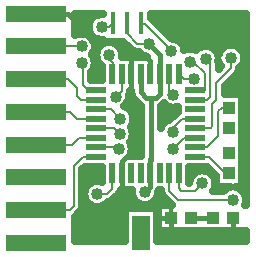
<source format=gtl>
G04 DipTrace 3.3.1.1*
G04 Top.gtl*
%MOIN*%
G04 #@! TF.FileFunction,Copper,L1,Top*
G04 #@! TF.Part,Single*
G04 #@! TA.AperFunction,Conductor*
%ADD13C,0.008*%
%ADD14C,0.017*%
G04 #@! TA.AperFunction,CopperBalancing*
%ADD15C,0.025*%
%ADD16C,0.013*%
%ADD18R,0.2X0.0545*%
%ADD19R,0.059055X0.11811*%
%ADD20R,0.043307X0.03937*%
%ADD21R,0.03937X0.043307*%
%ADD23R,0.019685X0.066929*%
%ADD24R,0.066929X0.019685*%
%ADD26R,0.015748X0.074803*%
G04 #@! TA.AperFunction,ViaPad*
%ADD27C,0.04*%
%FSLAX26Y26*%
G04*
G70*
G90*
G75*
G01*
G04 Top*
%LPD*%
X765818Y911960D2*
D13*
X785974Y932116D1*
Y987449D1*
X949951Y1062449D2*
X953201D1*
X863450Y1152200D1*
X849949D1*
Y1156200D1*
X718700Y1143700D2*
X742961D1*
X755461Y1156200D1*
X743700Y1049949D2*
Y1037451D1*
X756200Y1024951D1*
Y987449D1*
X754478D1*
X880462Y656741D2*
D14*
Y611712D1*
X862451Y593700D1*
X911959Y987449D2*
Y921209D1*
X899200Y908450D1*
X882950D1*
Y700450D1*
X880462Y702938D1*
Y656741D1*
X874951Y1087449D2*
X911959Y1050441D1*
Y987449D1*
X802705Y1156200D2*
D13*
Y1122195D1*
X837451Y1087449D1*
X856201D1*
X874951D1*
X568700Y424949D2*
D14*
X499951Y424951D1*
X882950Y908450D2*
X866700D1*
X848966Y926184D1*
Y987449D1*
X817470D2*
Y1044930D1*
X768700Y1093700D1*
X699949D1*
X605659Y1187990D1*
X500001D1*
X949951Y506200D2*
X899951D1*
Y543700D1*
X843700D1*
X785974Y601426D1*
Y656741D1*
Y698474D1*
X840700Y753200D1*
Y882798D1*
X817470Y906028D1*
Y987449D1*
X1156200Y506200D2*
Y456200D1*
X949951D1*
Y506200D1*
X817470Y1044930D2*
X867470D1*
X880462Y1031938D1*
Y987449D1*
X778951Y788200D2*
D13*
X760804Y806347D1*
X699360D1*
X651838Y1024397D2*
X656684Y1019550D1*
Y949465D1*
X673818Y932331D1*
X699360D1*
X704200Y586700D2*
X736700D1*
X754478Y604478D1*
Y656741D1*
X699360Y711859D2*
X657109D1*
X626200Y680950D1*
Y547700D1*
X612451Y533951D1*
X499951D1*
X774951Y737449D2*
X769045Y743355D1*
X699360D1*
X499951Y751951D2*
X620701D1*
X643602Y774851D1*
X699360D1*
Y837843D2*
X637057D1*
X613949Y860951D1*
X499951D1*
Y969951D2*
X604949D1*
X635692Y939208D1*
Y914208D1*
X649065Y900835D1*
X699360D1*
X781200Y837449D2*
X749310Y869339D1*
X699360D1*
X499951Y1078951D2*
X651838D1*
Y1078952D1*
X957700Y918200D2*
X943455Y932445D1*
Y987449D1*
X1064950Y1038450D2*
X1080527Y1022873D1*
Y911777D1*
X1069585Y900835D1*
X1030069D1*
X1089271Y506200D2*
D14*
X1016880D1*
X1018700D1*
X1156200Y568700D2*
D13*
X972336D1*
X943455Y597582D1*
Y656741D1*
X1054456Y622645D2*
X1029393Y597582D1*
X983569D1*
X974951Y606200D1*
Y656741D1*
X1030069Y711859D2*
X1075541D1*
X1131200Y656200D1*
X1143700D1*
X1030069Y743355D2*
X1068355D1*
X1106200Y781200D1*
Y862449D1*
X1118700Y874949D1*
X1143700D1*
X956200Y737449D2*
X993602Y774851D1*
X1030069D1*
X1149951Y1041256D2*
Y1006200D1*
X1100700Y956949D1*
Y900700D1*
X1087451Y887451D1*
Y812451D1*
X1081347Y806347D1*
X1030069D1*
X1143700Y723129D2*
Y724949D1*
Y806200D2*
Y808020D1*
X1025950Y970200D2*
X992200D1*
X974951Y987449D1*
X1012950Y1028700D2*
X1022700D1*
X1061700Y989700D1*
Y932331D1*
X1030069D1*
X577450Y641950D2*
X500951D1*
X499951Y642951D1*
X956200Y793700D2*
Y806200D1*
X987843Y837843D1*
X1030069D1*
X850450Y485950D2*
Y456700D1*
D27*
X1143700Y806200D3*
Y724949D3*
X743700Y1049949D3*
X874951Y1087449D3*
X718700Y1143700D3*
X956200Y793700D3*
X568700Y424949D3*
X850450Y485950D3*
X1025950Y970200D3*
X1012950Y1028700D3*
X577450Y641950D3*
X765818Y911960D3*
X949951Y1062449D3*
X862451Y593700D3*
X778951Y788200D3*
X651838Y1024397D3*
X704200Y586700D3*
X774951Y737449D3*
X781200Y837449D3*
X957700Y918200D3*
X651838Y1078952D3*
X1064950Y1038450D3*
X1018700Y506200D3*
X1156200Y568700D3*
X1054456Y622645D3*
X956200Y737449D3*
X1149951Y1041256D3*
X633718Y1162581D2*
D15*
X677018D1*
X894452D2*
X1197446D1*
X633718Y1137712D2*
X673107D1*
X919320D2*
X1197446D1*
X944188Y1112843D2*
X1197446D1*
X696874Y1087974D2*
X720079D1*
X767315D2*
X795544D1*
X987680D2*
X1197446D1*
X787661Y1063106D2*
X822170D1*
X696408Y1013368D2*
X717675D1*
X1185832D2*
X1197471D1*
X686683Y988499D2*
X718644D1*
X1173488D2*
X1197446D1*
X1148764Y963630D2*
X1197446D1*
X1130714Y938762D2*
X1197446D1*
X1189385Y913893D2*
X1197468D1*
X805280Y889024D2*
X838353D1*
X1189385D2*
X1197468D1*
X818055Y864155D2*
X848437D1*
X917454D2*
X970587D1*
X1189385D2*
X1197468D1*
X827170Y839287D2*
X848437D1*
X917454D2*
X947908D1*
X1189385D2*
X1197468D1*
X820603Y814418D2*
X848437D1*
X1189385D2*
X1197468D1*
X824945Y789549D2*
X848437D1*
X1189385D2*
X1197468D1*
X818055Y764680D2*
X848437D1*
X1189385D2*
X1197468D1*
X820890Y739812D2*
X848437D1*
X1189385D2*
X1197468D1*
X814682Y714943D2*
X848293D1*
X1189385D2*
X1197468D1*
X1189385Y690074D2*
X1197468D1*
X656217Y665205D2*
X718644D1*
X1010789D2*
X1042965D1*
X1065943D2*
X1080787D1*
X1189385D2*
X1197468D1*
X656217Y640336D2*
X718644D1*
X1189385D2*
X1197468D1*
X656217Y615468D2*
X669088D1*
X1189385D2*
X1197468D1*
X780735Y590599D2*
X816572D1*
X756980Y565730D2*
X826619D1*
X898256D2*
X933913D1*
X655320Y540861D2*
X902299D1*
X635871Y515993D2*
X794933D1*
X633718Y491124D2*
X794933D1*
X633718Y466255D2*
X794933D1*
X633718Y441386D2*
X794933D1*
X905971D2*
X1197446D1*
X848957Y1044414D2*
X868146Y1044485D1*
X861508Y1046078D1*
X855202Y1048691D1*
X849382Y1052257D1*
X844192Y1056690D1*
X841287Y1059942D1*
X833149Y1060288D1*
X828953Y1061295D1*
X824966Y1062947D1*
X821286Y1065201D1*
X817999Y1068010D1*
X790728Y1095281D1*
X724087Y1095298D1*
Y1100501D1*
X718700Y1100200D1*
X711895Y1100736D1*
X705258Y1102329D1*
X698951Y1104941D1*
X693131Y1108508D1*
X687941Y1112941D1*
X683508Y1118131D1*
X679941Y1123951D1*
X677329Y1130258D1*
X675736Y1136895D1*
X675200Y1143700D1*
X675736Y1150505D1*
X677329Y1157142D1*
X679941Y1163449D1*
X683508Y1169269D1*
X687941Y1174459D1*
X693131Y1178892D1*
X698951Y1182459D1*
X705258Y1185071D1*
X711895Y1186664D1*
X718700Y1187200D1*
X724087Y1186832D1*
Y1187485D1*
X631234Y1187449D1*
X631200Y1117236D1*
X638396Y1120323D1*
X645033Y1121916D1*
X651838Y1122452D1*
X658643Y1121916D1*
X665280Y1120323D1*
X671586Y1117711D1*
X677406Y1114144D1*
X682597Y1109711D1*
X687030Y1104521D1*
X690597Y1098701D1*
X693209Y1092394D1*
X694802Y1085757D1*
X695338Y1078952D1*
X694802Y1072147D1*
X693209Y1065510D1*
X690597Y1059203D1*
X687030Y1053383D1*
X685700Y1051696D1*
X688928Y1047126D1*
X692027Y1041044D1*
X694136Y1034552D1*
X695204Y1027810D1*
Y1020984D1*
X694136Y1014242D1*
X692027Y1007750D1*
X688928Y1001668D1*
X684915Y996146D1*
X684182Y995352D1*
X684184Y965688D1*
X721161Y965674D1*
X720971Y1012859D1*
X715449Y1016872D1*
X710622Y1021698D1*
X706610Y1027221D1*
X703511Y1033303D1*
X701402Y1039794D1*
X700334Y1046536D1*
Y1053362D1*
X701402Y1060104D1*
X703511Y1066596D1*
X706610Y1072678D1*
X710622Y1078200D1*
X715449Y1083027D1*
X720971Y1087039D1*
X727053Y1090138D1*
X733545Y1092247D1*
X740287Y1093315D1*
X747113D1*
X753855Y1092247D1*
X760347Y1090138D1*
X766429Y1087039D1*
X771951Y1083027D1*
X776778Y1078200D1*
X780790Y1072678D1*
X783889Y1066596D1*
X785998Y1060104D1*
X787066Y1053362D1*
Y1046536D1*
X786813Y1044403D1*
X848957Y1044414D1*
X721123Y678516D2*
X662631D1*
X653692Y669551D1*
X653615Y545542D1*
X652940Y541280D1*
X651607Y537176D1*
X649648Y533331D1*
X647111Y529840D1*
X631890Y514499D1*
X631200Y510973D1*
Y431202D1*
X797439Y431200D1*
X797423Y539255D1*
X903478D1*
Y431208D1*
X1199916Y431200D1*
X1199951Y463017D1*
X1022113Y462834D1*
X1015287D1*
X1006915Y463015D1*
X904797D1*
Y549385D1*
X952760D1*
X922543Y579722D1*
X920007Y583213D1*
X918048Y587058D1*
X916714Y591162D1*
X916039Y595424D1*
X915954Y599771D1*
X910159Y599776D1*
X907747Y594992D1*
X906345Y592895D1*
X904749Y583545D1*
X902639Y577053D1*
X899541Y570971D1*
X895528Y565449D1*
X890702Y560622D1*
X885179Y556610D1*
X879097Y553511D1*
X872606Y551402D1*
X865864Y550334D1*
X859038D1*
X852296Y551402D1*
X845804Y553511D1*
X839722Y556610D1*
X834200Y560622D1*
X829373Y565449D1*
X825361Y570971D1*
X822262Y577053D1*
X820153Y583545D1*
X819085Y590287D1*
Y597113D1*
X819400Y599776D1*
X781574D1*
X779885Y593954D1*
X777926Y590109D1*
X775389Y586618D1*
X754560Y565789D1*
X751069Y563252D1*
X747224Y561293D1*
X743120Y559960D1*
X738849Y559284D1*
X737278Y558449D1*
X732451Y553622D1*
X726929Y549610D1*
X720847Y546511D1*
X714355Y544402D1*
X707613Y543334D1*
X700787D1*
X694045Y544402D1*
X687553Y546511D1*
X681471Y549610D1*
X675949Y553622D1*
X671122Y558449D1*
X667110Y563971D1*
X664011Y570053D1*
X661902Y576545D1*
X660834Y583287D1*
Y590113D1*
X661902Y596855D1*
X664011Y603347D1*
X667110Y609429D1*
X671122Y614951D1*
X675949Y619778D1*
X681471Y623790D1*
X687553Y626889D1*
X694045Y628998D1*
X700787Y630066D1*
X707613D1*
X714355Y628998D1*
X721125Y626760D1*
X721136Y678542D1*
X811403Y713705D2*
X850314D1*
X850902Y715192D1*
X850950Y880624D1*
X845918Y884117D1*
X826339Y903556D1*
X823078Y907374D1*
X820454Y911656D1*
X818532Y916295D1*
X817360Y921178D1*
X816966Y926184D1*
Y930454D1*
X813390Y929958D1*
X812715Y925696D1*
X811381Y921592D1*
X809417Y917740D1*
X809318Y911960D1*
X808783Y905155D1*
X807189Y898518D1*
X804577Y892211D1*
X801010Y886391D1*
X796577Y881201D1*
X794157Y878964D1*
X800949Y876208D1*
X806769Y872642D1*
X811959Y868208D1*
X816392Y863018D1*
X819959Y857198D1*
X822571Y850892D1*
X824164Y844254D1*
X824700Y837449D1*
X824164Y830644D1*
X822571Y824007D1*
X819959Y817701D1*
X815872Y811221D1*
X819139Y804847D1*
X821249Y798355D1*
X822317Y791613D1*
Y784787D1*
X821249Y778045D1*
X819139Y771553D1*
X816041Y765471D1*
X812119Y760064D1*
X815139Y754096D1*
X817249Y747604D1*
X818317Y740862D1*
Y734036D1*
X817249Y727294D1*
X815139Y720803D1*
X812041Y714721D1*
X811366Y713711D1*
X1008293Y678503D2*
Y625107D1*
X1011090Y626058D1*
X1012158Y632800D1*
X1014267Y639292D1*
X1017366Y645374D1*
X1021378Y650896D1*
X1026205Y655723D1*
X1031727Y659735D1*
X1037809Y662834D1*
X1044301Y664943D1*
X1051043Y666011D1*
X1057869D1*
X1064611Y664943D1*
X1071103Y662834D1*
X1077185Y659735D1*
X1082707Y655723D1*
X1087534Y650896D1*
X1091546Y645374D1*
X1094645Y639292D1*
X1096754Y632800D1*
X1097822Y626058D1*
Y619232D1*
X1096754Y612490D1*
X1094645Y605998D1*
X1091546Y599916D1*
X1088963Y596207D1*
X1122512Y596200D1*
X1127949Y601778D1*
X1133471Y605790D1*
X1139553Y608889D1*
X1146294Y611048D1*
X1100515Y611046D1*
Y647971D1*
X1070014Y678495D1*
X1008268Y678516D1*
X973104Y861090D2*
Y877514D1*
X967855Y875902D1*
X961113Y874834D1*
X954287D1*
X947545Y875902D1*
X941053Y878011D1*
X934971Y881110D1*
X929449Y885122D1*
X925265Y889253D1*
X919982Y884117D1*
X915911Y881161D1*
X914950Y871705D1*
Y807508D1*
X917441Y813449D1*
X921008Y819269D1*
X925441Y824459D1*
X930631Y828892D1*
X936451Y832459D1*
X942758Y835071D1*
X947367Y836261D1*
X969983Y858754D1*
X971686Y860096D1*
X1195181Y549385D2*
X1199946D1*
X1199951Y1187447D1*
X881347Y1187449D1*
X881323Y1173072D1*
X921870Y1132671D1*
X948589Y1105952D1*
X956756Y1105414D1*
X963393Y1103820D1*
X969699Y1101208D1*
X975519Y1097642D1*
X980710Y1093208D1*
X985143Y1088018D1*
X988709Y1082198D1*
X991322Y1075892D1*
X992915Y1069254D1*
X993201Y1067459D1*
X999508Y1070071D1*
X1006145Y1071664D1*
X1012950Y1072200D1*
X1019755Y1071664D1*
X1026392Y1070071D1*
X1032590Y1067509D1*
X1036699Y1071528D1*
X1042221Y1075540D1*
X1048303Y1078639D1*
X1054795Y1080748D1*
X1061537Y1081816D1*
X1068363D1*
X1075105Y1080748D1*
X1081597Y1078639D1*
X1087679Y1075540D1*
X1093201Y1071528D1*
X1098028Y1066701D1*
X1102040Y1061179D1*
X1105139Y1055097D1*
X1107143Y1048977D1*
X1108580Y1054699D1*
X1111192Y1061005D1*
X1114758Y1066825D1*
X1119192Y1072016D1*
X1124382Y1076449D1*
X1130202Y1080015D1*
X1136508Y1082627D1*
X1143146Y1084221D1*
X1149951Y1084756D1*
X1156756Y1084221D1*
X1163393Y1082627D1*
X1169699Y1080015D1*
X1175519Y1076449D1*
X1180710Y1072016D1*
X1185143Y1066825D1*
X1188709Y1061005D1*
X1191322Y1054699D1*
X1192915Y1048061D1*
X1193451Y1041256D1*
X1192915Y1034452D1*
X1191322Y1027814D1*
X1188709Y1021508D1*
X1185143Y1015688D1*
X1180710Y1010497D1*
X1177458Y1007592D1*
X1177112Y1001898D1*
X1176105Y997702D1*
X1174453Y993715D1*
X1172199Y990036D1*
X1169396Y986754D1*
X1128214Y945573D1*
X1128200Y920096D1*
X1186885Y920103D1*
X1187066Y809613D1*
Y802787D1*
X1186885Y798056D1*
Y730209D1*
X1187200Y724949D1*
X1186886Y720013D1*
X1186885Y611046D1*
X1166355Y610998D1*
X1172847Y608889D1*
X1178929Y605790D1*
X1184451Y601778D1*
X1189278Y596951D1*
X1193290Y591429D1*
X1196389Y585347D1*
X1198498Y578855D1*
X1199566Y572113D1*
Y565287D1*
X1198498Y558545D1*
X1196389Y552053D1*
X1195154Y549375D1*
X1117353Y1012486D2*
X1112861Y1018528D1*
X1109762Y1024610D1*
X1107758Y1030729D1*
X1108027Y1022873D1*
Y1003173D1*
X1117311Y1012451D1*
X817470Y1044378D2*
D16*
Y987449D1*
X785974Y656741D2*
Y599812D1*
X1156200Y506200D2*
Y463051D1*
X949951Y549349D2*
Y463051D1*
X904833Y506200D2*
X949951D1*
D18*
X499951Y424951D3*
Y533951D3*
Y642951D3*
Y751951D3*
Y860951D3*
Y969951D3*
Y1078951D3*
X500001Y1187990D3*
D19*
X850450Y456700D3*
D20*
X1156200Y506200D3*
X1089271D3*
X949951D3*
X1016880D3*
D21*
X1143700Y656200D3*
Y723129D3*
Y874949D3*
Y808020D3*
D23*
X974951Y987449D3*
X943455D3*
X911959D3*
X880462D3*
X848966D3*
X817470D3*
X785974D3*
X754478D3*
D24*
X699360Y932331D3*
Y900835D3*
Y869339D3*
Y837843D3*
Y806347D3*
Y774851D3*
Y743355D3*
Y711859D3*
D23*
X754478Y656741D3*
X785974D3*
X817470D3*
X848966D3*
X880462D3*
X911959D3*
X943455D3*
X974951D3*
D24*
X1030069Y711859D3*
Y743355D3*
Y774851D3*
Y806347D3*
Y837843D3*
Y869339D3*
Y900835D3*
Y932331D3*
D26*
X849949Y1156200D3*
X802705D3*
X755461D3*
M02*

</source>
